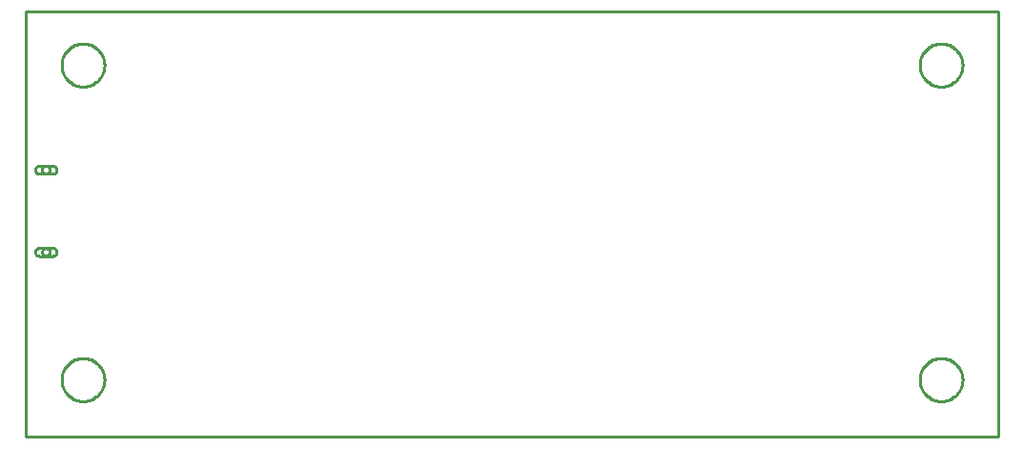
<source format=gbr>
G04 EAGLE Gerber RS-274X export*
G75*
%MOMM*%
%FSLAX34Y34*%
%LPD*%
%IN*%
%IPPOS*%
%AMOC8*
5,1,8,0,0,1.08239X$1,22.5*%
G01*
%ADD10C,0.254000*%


D10*
X0Y0D02*
X863400Y0D01*
X863400Y377700D01*
X0Y377700D01*
X0Y0D01*
X8280Y237160D02*
X8293Y236855D01*
X8333Y236552D01*
X8399Y236254D01*
X8491Y235963D01*
X8608Y235681D01*
X8749Y235410D01*
X8913Y235152D01*
X9099Y234910D01*
X9305Y234685D01*
X9530Y234479D01*
X9772Y234293D01*
X10030Y234129D01*
X10301Y233988D01*
X10583Y233871D01*
X10874Y233779D01*
X11172Y233713D01*
X11475Y233673D01*
X11780Y233660D01*
X23780Y233660D01*
X24085Y233673D01*
X24388Y233713D01*
X24686Y233779D01*
X24977Y233871D01*
X25259Y233988D01*
X25530Y234129D01*
X25788Y234293D01*
X26030Y234479D01*
X26255Y234685D01*
X26461Y234910D01*
X26647Y235152D01*
X26811Y235410D01*
X26952Y235681D01*
X27069Y235963D01*
X27161Y236254D01*
X27227Y236552D01*
X27267Y236855D01*
X27280Y237160D01*
X27267Y237465D01*
X27227Y237768D01*
X27161Y238066D01*
X27069Y238357D01*
X26952Y238639D01*
X26811Y238910D01*
X26647Y239168D01*
X26461Y239410D01*
X26255Y239635D01*
X26030Y239841D01*
X25788Y240027D01*
X25530Y240191D01*
X25259Y240332D01*
X24977Y240449D01*
X24686Y240541D01*
X24388Y240607D01*
X24085Y240647D01*
X23780Y240660D01*
X11780Y240660D01*
X11475Y240647D01*
X11172Y240607D01*
X10874Y240541D01*
X10583Y240449D01*
X10301Y240332D01*
X10030Y240191D01*
X9772Y240027D01*
X9530Y239841D01*
X9305Y239635D01*
X9099Y239410D01*
X8913Y239168D01*
X8749Y238910D01*
X8608Y238639D01*
X8491Y238357D01*
X8399Y238066D01*
X8333Y237768D01*
X8293Y237465D01*
X8280Y237160D01*
X8280Y164160D02*
X8293Y163855D01*
X8333Y163552D01*
X8399Y163254D01*
X8491Y162963D01*
X8608Y162681D01*
X8749Y162410D01*
X8913Y162152D01*
X9099Y161910D01*
X9305Y161685D01*
X9530Y161479D01*
X9772Y161293D01*
X10030Y161129D01*
X10301Y160988D01*
X10583Y160871D01*
X10874Y160779D01*
X11172Y160713D01*
X11475Y160673D01*
X11780Y160660D01*
X23780Y160660D01*
X24085Y160673D01*
X24388Y160713D01*
X24686Y160779D01*
X24977Y160871D01*
X25259Y160988D01*
X25530Y161129D01*
X25788Y161293D01*
X26030Y161479D01*
X26255Y161685D01*
X26461Y161910D01*
X26647Y162152D01*
X26811Y162410D01*
X26952Y162681D01*
X27069Y162963D01*
X27161Y163254D01*
X27227Y163552D01*
X27267Y163855D01*
X27280Y164160D01*
X27267Y164465D01*
X27227Y164768D01*
X27161Y165066D01*
X27069Y165357D01*
X26952Y165639D01*
X26811Y165910D01*
X26647Y166168D01*
X26461Y166410D01*
X26255Y166635D01*
X26030Y166841D01*
X25788Y167027D01*
X25530Y167191D01*
X25259Y167332D01*
X24977Y167449D01*
X24686Y167541D01*
X24388Y167607D01*
X24085Y167647D01*
X23780Y167660D01*
X11780Y167660D01*
X11475Y167647D01*
X11172Y167607D01*
X10874Y167541D01*
X10583Y167449D01*
X10301Y167332D01*
X10030Y167191D01*
X9772Y167027D01*
X9530Y166841D01*
X9305Y166635D01*
X9099Y166410D01*
X8913Y166168D01*
X8749Y165910D01*
X8608Y165639D01*
X8491Y165357D01*
X8399Y165066D01*
X8333Y164768D01*
X8293Y164465D01*
X8280Y164160D01*
X69850Y329624D02*
X69781Y328475D01*
X69642Y327332D01*
X69434Y326200D01*
X69159Y325082D01*
X68816Y323983D01*
X68408Y322907D01*
X67935Y321857D01*
X67400Y320837D01*
X66805Y319852D01*
X66151Y318905D01*
X65441Y317998D01*
X64677Y317137D01*
X63863Y316323D01*
X63002Y315559D01*
X62095Y314849D01*
X61148Y314195D01*
X60163Y313600D01*
X59143Y313065D01*
X58093Y312592D01*
X57017Y312184D01*
X55918Y311841D01*
X54800Y311566D01*
X53668Y311358D01*
X52525Y311220D01*
X51376Y311150D01*
X50224Y311150D01*
X49075Y311220D01*
X47932Y311358D01*
X46800Y311566D01*
X45682Y311841D01*
X44583Y312184D01*
X43507Y312592D01*
X42457Y313065D01*
X41437Y313600D01*
X40452Y314195D01*
X39505Y314849D01*
X38598Y315559D01*
X37737Y316323D01*
X36923Y317137D01*
X36159Y317998D01*
X35449Y318905D01*
X34795Y319852D01*
X34200Y320837D01*
X33665Y321857D01*
X33192Y322907D01*
X32784Y323983D01*
X32441Y325082D01*
X32166Y326200D01*
X31958Y327332D01*
X31820Y328475D01*
X31750Y329624D01*
X31750Y330776D01*
X31820Y331925D01*
X31958Y333068D01*
X32166Y334200D01*
X32441Y335318D01*
X32784Y336417D01*
X33192Y337493D01*
X33665Y338543D01*
X34200Y339563D01*
X34795Y340548D01*
X35449Y341495D01*
X36159Y342402D01*
X36923Y343263D01*
X37737Y344077D01*
X38598Y344841D01*
X39505Y345551D01*
X40452Y346205D01*
X41437Y346800D01*
X42457Y347335D01*
X43507Y347808D01*
X44583Y348216D01*
X45682Y348559D01*
X46800Y348834D01*
X47932Y349042D01*
X49075Y349181D01*
X50224Y349250D01*
X51376Y349250D01*
X52525Y349181D01*
X53668Y349042D01*
X54800Y348834D01*
X55918Y348559D01*
X57017Y348216D01*
X58093Y347808D01*
X59143Y347335D01*
X60163Y346800D01*
X61148Y346205D01*
X62095Y345551D01*
X63002Y344841D01*
X63863Y344077D01*
X64677Y343263D01*
X65441Y342402D01*
X66151Y341495D01*
X66805Y340548D01*
X67400Y339563D01*
X67935Y338543D01*
X68408Y337493D01*
X68816Y336417D01*
X69159Y335318D01*
X69434Y334200D01*
X69642Y333068D01*
X69781Y331925D01*
X69850Y330776D01*
X69850Y329624D01*
X69850Y50224D02*
X69781Y49075D01*
X69642Y47932D01*
X69434Y46800D01*
X69159Y45682D01*
X68816Y44583D01*
X68408Y43507D01*
X67935Y42457D01*
X67400Y41437D01*
X66805Y40452D01*
X66151Y39505D01*
X65441Y38598D01*
X64677Y37737D01*
X63863Y36923D01*
X63002Y36159D01*
X62095Y35449D01*
X61148Y34795D01*
X60163Y34200D01*
X59143Y33665D01*
X58093Y33192D01*
X57017Y32784D01*
X55918Y32441D01*
X54800Y32166D01*
X53668Y31958D01*
X52525Y31820D01*
X51376Y31750D01*
X50224Y31750D01*
X49075Y31820D01*
X47932Y31958D01*
X46800Y32166D01*
X45682Y32441D01*
X44583Y32784D01*
X43507Y33192D01*
X42457Y33665D01*
X41437Y34200D01*
X40452Y34795D01*
X39505Y35449D01*
X38598Y36159D01*
X37737Y36923D01*
X36923Y37737D01*
X36159Y38598D01*
X35449Y39505D01*
X34795Y40452D01*
X34200Y41437D01*
X33665Y42457D01*
X33192Y43507D01*
X32784Y44583D01*
X32441Y45682D01*
X32166Y46800D01*
X31958Y47932D01*
X31820Y49075D01*
X31750Y50224D01*
X31750Y51376D01*
X31820Y52525D01*
X31958Y53668D01*
X32166Y54800D01*
X32441Y55918D01*
X32784Y57017D01*
X33192Y58093D01*
X33665Y59143D01*
X34200Y60163D01*
X34795Y61148D01*
X35449Y62095D01*
X36159Y63002D01*
X36923Y63863D01*
X37737Y64677D01*
X38598Y65441D01*
X39505Y66151D01*
X40452Y66805D01*
X41437Y67400D01*
X42457Y67935D01*
X43507Y68408D01*
X44583Y68816D01*
X45682Y69159D01*
X46800Y69434D01*
X47932Y69642D01*
X49075Y69781D01*
X50224Y69850D01*
X51376Y69850D01*
X52525Y69781D01*
X53668Y69642D01*
X54800Y69434D01*
X55918Y69159D01*
X57017Y68816D01*
X58093Y68408D01*
X59143Y67935D01*
X60163Y67400D01*
X61148Y66805D01*
X62095Y66151D01*
X63002Y65441D01*
X63863Y64677D01*
X64677Y63863D01*
X65441Y63002D01*
X66151Y62095D01*
X66805Y61148D01*
X67400Y60163D01*
X67935Y59143D01*
X68408Y58093D01*
X68816Y57017D01*
X69159Y55918D01*
X69434Y54800D01*
X69642Y53668D01*
X69781Y52525D01*
X69850Y51376D01*
X69850Y50224D01*
X831850Y50224D02*
X831781Y49075D01*
X831642Y47932D01*
X831434Y46800D01*
X831159Y45682D01*
X830816Y44583D01*
X830408Y43507D01*
X829935Y42457D01*
X829400Y41437D01*
X828805Y40452D01*
X828151Y39505D01*
X827441Y38598D01*
X826677Y37737D01*
X825863Y36923D01*
X825002Y36159D01*
X824095Y35449D01*
X823148Y34795D01*
X822163Y34200D01*
X821143Y33665D01*
X820093Y33192D01*
X819017Y32784D01*
X817918Y32441D01*
X816800Y32166D01*
X815668Y31958D01*
X814525Y31820D01*
X813376Y31750D01*
X812224Y31750D01*
X811075Y31820D01*
X809932Y31958D01*
X808800Y32166D01*
X807682Y32441D01*
X806583Y32784D01*
X805507Y33192D01*
X804457Y33665D01*
X803437Y34200D01*
X802452Y34795D01*
X801505Y35449D01*
X800598Y36159D01*
X799737Y36923D01*
X798923Y37737D01*
X798159Y38598D01*
X797449Y39505D01*
X796795Y40452D01*
X796200Y41437D01*
X795665Y42457D01*
X795192Y43507D01*
X794784Y44583D01*
X794441Y45682D01*
X794166Y46800D01*
X793958Y47932D01*
X793820Y49075D01*
X793750Y50224D01*
X793750Y51376D01*
X793820Y52525D01*
X793958Y53668D01*
X794166Y54800D01*
X794441Y55918D01*
X794784Y57017D01*
X795192Y58093D01*
X795665Y59143D01*
X796200Y60163D01*
X796795Y61148D01*
X797449Y62095D01*
X798159Y63002D01*
X798923Y63863D01*
X799737Y64677D01*
X800598Y65441D01*
X801505Y66151D01*
X802452Y66805D01*
X803437Y67400D01*
X804457Y67935D01*
X805507Y68408D01*
X806583Y68816D01*
X807682Y69159D01*
X808800Y69434D01*
X809932Y69642D01*
X811075Y69781D01*
X812224Y69850D01*
X813376Y69850D01*
X814525Y69781D01*
X815668Y69642D01*
X816800Y69434D01*
X817918Y69159D01*
X819017Y68816D01*
X820093Y68408D01*
X821143Y67935D01*
X822163Y67400D01*
X823148Y66805D01*
X824095Y66151D01*
X825002Y65441D01*
X825863Y64677D01*
X826677Y63863D01*
X827441Y63002D01*
X828151Y62095D01*
X828805Y61148D01*
X829400Y60163D01*
X829935Y59143D01*
X830408Y58093D01*
X830816Y57017D01*
X831159Y55918D01*
X831434Y54800D01*
X831642Y53668D01*
X831781Y52525D01*
X831850Y51376D01*
X831850Y50224D01*
X831850Y329624D02*
X831781Y328475D01*
X831642Y327332D01*
X831434Y326200D01*
X831159Y325082D01*
X830816Y323983D01*
X830408Y322907D01*
X829935Y321857D01*
X829400Y320837D01*
X828805Y319852D01*
X828151Y318905D01*
X827441Y317998D01*
X826677Y317137D01*
X825863Y316323D01*
X825002Y315559D01*
X824095Y314849D01*
X823148Y314195D01*
X822163Y313600D01*
X821143Y313065D01*
X820093Y312592D01*
X819017Y312184D01*
X817918Y311841D01*
X816800Y311566D01*
X815668Y311358D01*
X814525Y311220D01*
X813376Y311150D01*
X812224Y311150D01*
X811075Y311220D01*
X809932Y311358D01*
X808800Y311566D01*
X807682Y311841D01*
X806583Y312184D01*
X805507Y312592D01*
X804457Y313065D01*
X803437Y313600D01*
X802452Y314195D01*
X801505Y314849D01*
X800598Y315559D01*
X799737Y316323D01*
X798923Y317137D01*
X798159Y317998D01*
X797449Y318905D01*
X796795Y319852D01*
X796200Y320837D01*
X795665Y321857D01*
X795192Y322907D01*
X794784Y323983D01*
X794441Y325082D01*
X794166Y326200D01*
X793958Y327332D01*
X793820Y328475D01*
X793750Y329624D01*
X793750Y330776D01*
X793820Y331925D01*
X793958Y333068D01*
X794166Y334200D01*
X794441Y335318D01*
X794784Y336417D01*
X795192Y337493D01*
X795665Y338543D01*
X796200Y339563D01*
X796795Y340548D01*
X797449Y341495D01*
X798159Y342402D01*
X798923Y343263D01*
X799737Y344077D01*
X800598Y344841D01*
X801505Y345551D01*
X802452Y346205D01*
X803437Y346800D01*
X804457Y347335D01*
X805507Y347808D01*
X806583Y348216D01*
X807682Y348559D01*
X808800Y348834D01*
X809932Y349042D01*
X811075Y349181D01*
X812224Y349250D01*
X813376Y349250D01*
X814525Y349181D01*
X815668Y349042D01*
X816800Y348834D01*
X817918Y348559D01*
X819017Y348216D01*
X820093Y347808D01*
X821143Y347335D01*
X822163Y346800D01*
X823148Y346205D01*
X824095Y345551D01*
X825002Y344841D01*
X825863Y344077D01*
X826677Y343263D01*
X827441Y342402D01*
X828151Y341495D01*
X828805Y340548D01*
X829400Y339563D01*
X829935Y338543D01*
X830408Y337493D01*
X830816Y336417D01*
X831159Y335318D01*
X831434Y334200D01*
X831642Y333068D01*
X831781Y331925D01*
X831850Y330776D01*
X831850Y329624D01*
X14280Y164389D02*
X14340Y164844D01*
X14459Y165287D01*
X14634Y165711D01*
X14864Y166109D01*
X15143Y166473D01*
X15467Y166797D01*
X15831Y167076D01*
X16229Y167306D01*
X16653Y167481D01*
X17096Y167600D01*
X17551Y167660D01*
X18009Y167660D01*
X18464Y167600D01*
X18907Y167481D01*
X19331Y167306D01*
X19729Y167076D01*
X20093Y166797D01*
X20417Y166473D01*
X20696Y166109D01*
X20926Y165711D01*
X21101Y165287D01*
X21220Y164844D01*
X21280Y164389D01*
X21280Y163931D01*
X21220Y163476D01*
X21101Y163033D01*
X20926Y162609D01*
X20696Y162211D01*
X20417Y161847D01*
X20093Y161523D01*
X19729Y161244D01*
X19331Y161014D01*
X18907Y160839D01*
X18464Y160720D01*
X18009Y160660D01*
X17551Y160660D01*
X17096Y160720D01*
X16653Y160839D01*
X16229Y161014D01*
X15831Y161244D01*
X15467Y161523D01*
X15143Y161847D01*
X14864Y162211D01*
X14634Y162609D01*
X14459Y163033D01*
X14340Y163476D01*
X14280Y163931D01*
X14280Y164389D01*
X14280Y237389D02*
X14340Y237844D01*
X14459Y238287D01*
X14634Y238711D01*
X14864Y239109D01*
X15143Y239473D01*
X15467Y239797D01*
X15831Y240076D01*
X16229Y240306D01*
X16653Y240481D01*
X17096Y240600D01*
X17551Y240660D01*
X18009Y240660D01*
X18464Y240600D01*
X18907Y240481D01*
X19331Y240306D01*
X19729Y240076D01*
X20093Y239797D01*
X20417Y239473D01*
X20696Y239109D01*
X20926Y238711D01*
X21101Y238287D01*
X21220Y237844D01*
X21280Y237389D01*
X21280Y236931D01*
X21220Y236476D01*
X21101Y236033D01*
X20926Y235609D01*
X20696Y235211D01*
X20417Y234847D01*
X20093Y234523D01*
X19729Y234244D01*
X19331Y234014D01*
X18907Y233839D01*
X18464Y233720D01*
X18009Y233660D01*
X17551Y233660D01*
X17096Y233720D01*
X16653Y233839D01*
X16229Y234014D01*
X15831Y234244D01*
X15467Y234523D01*
X15143Y234847D01*
X14864Y235211D01*
X14634Y235609D01*
X14459Y236033D01*
X14340Y236476D01*
X14280Y236931D01*
X14280Y237389D01*
M02*

</source>
